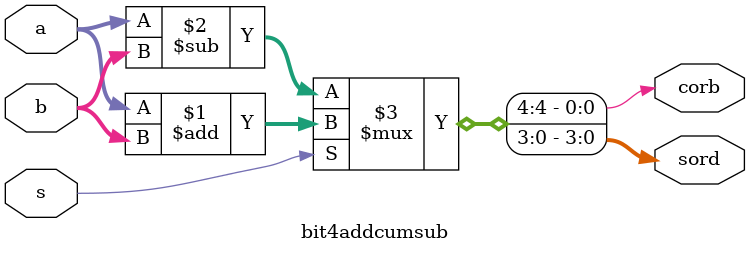
<source format=v>
module bit4addcumsub(a,b,s,sord,corb);
input [3:0]a,b;
input s;
output corb;
output [3:0]sord;
assign {corb,sord}=s?(a+b):(a-b);
endmodule



</source>
